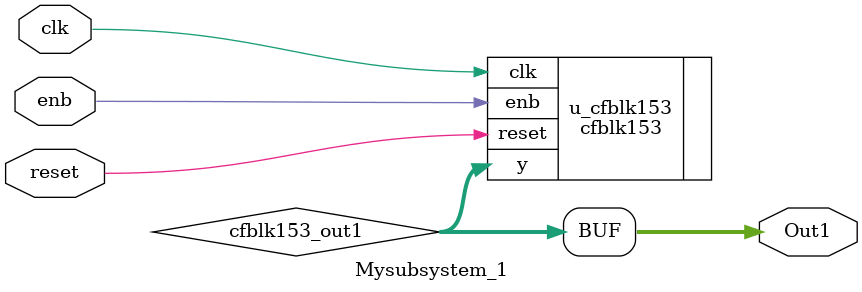
<source format=v>



`timescale 1 ns / 1 ns

module Mysubsystem_1
          (clk,
           reset,
           enb,
           Out1);


  input   clk;
  input   reset;
  input   enb;
  output  [7:0] Out1;  // uint8


  wire [7:0] cfblk153_out1;  // uint8


  cfblk153 u_cfblk153 (.clk(clk),
                       .reset(reset),
                       .enb(enb),
                       .y(cfblk153_out1)  // uint8
                       );

  assign Out1 = cfblk153_out1;

endmodule  // Mysubsystem_1


</source>
